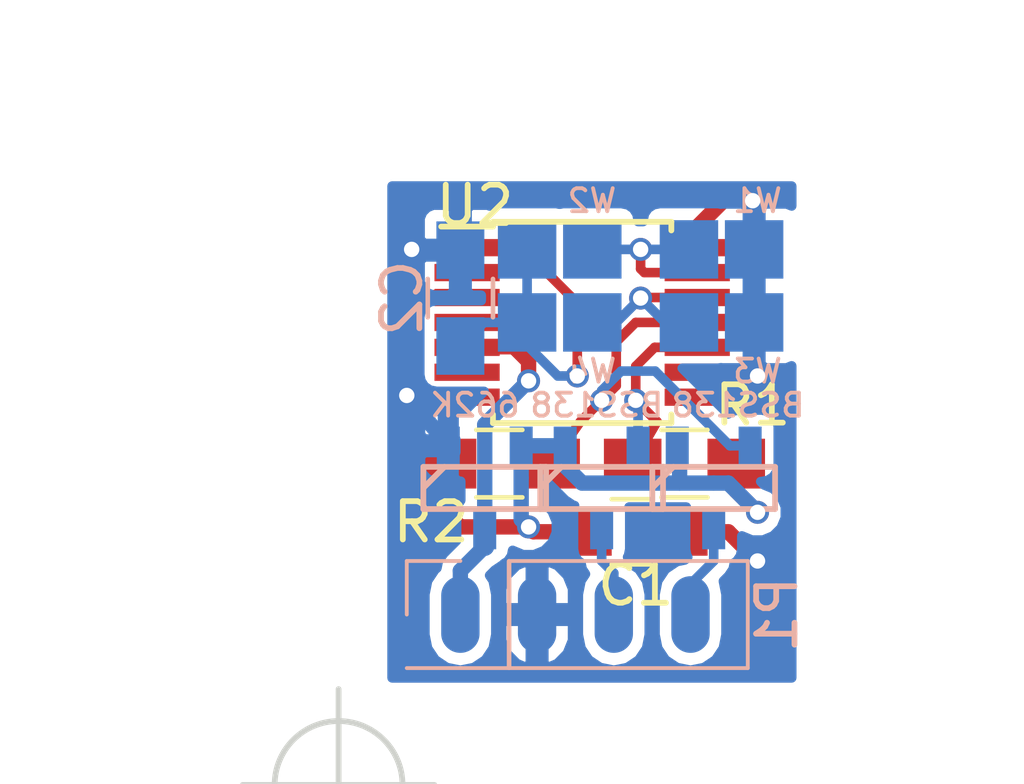
<source format=kicad_pcb>
(kicad_pcb (version 4) (host pcbnew 4.0.7)

  (general
    (links 30)
    (no_connects 0)
    (area 108.514287 99.408 141.072999 121.88)
    (thickness 1.6)
    (drawings 13)
    (tracks 115)
    (zones 0)
    (modules 13)
    (nets 11)
  )

  (page A4)
  (title_block
    (title "Encodeur Angulaire Absolu A1335")
    (date 2018-11-29)
    (rev 0.1)
    (company OpenAVRc)
  )

  (layers
    (0 F.Cu signal)
    (31 B.Cu signal)
    (32 B.Adhes user hide)
    (33 F.Adhes user hide)
    (34 B.Paste user hide)
    (35 F.Paste user hide)
    (36 B.SilkS user hide)
    (37 F.SilkS user hide)
    (38 B.Mask user hide)
    (39 F.Mask user hide)
    (40 Dwgs.User user hide)
    (41 Cmts.User user hide)
    (42 Eco1.User user hide)
    (43 Eco2.User user hide)
    (44 Edge.Cuts user hide)
    (45 Margin user hide)
    (46 B.CrtYd user hide)
    (47 F.CrtYd user hide)
    (48 B.Fab user)
    (49 F.Fab user)
  )

  (setup
    (last_trace_width 0.25)
    (user_trace_width 0.25)
    (user_trace_width 0.4)
    (trace_clearance 0.2)
    (zone_clearance 0.3)
    (zone_45_only no)
    (trace_min 0.2)
    (segment_width 0.2)
    (edge_width 0.15)
    (via_size 0.6)
    (via_drill 0.4)
    (via_min_size 0.4)
    (via_min_drill 0.3)
    (uvia_size 0.3)
    (uvia_drill 0.1)
    (uvias_allowed no)
    (uvia_min_size 0.2)
    (uvia_min_drill 0.1)
    (pcb_text_width 0.3)
    (pcb_text_size 1.5 1.5)
    (mod_edge_width 0.15)
    (mod_text_size 1 1)
    (mod_text_width 0.15)
    (pad_size 1.524 1.524)
    (pad_drill 0.762)
    (pad_to_mask_clearance 0.2)
    (aux_axis_origin 120.269 117.094)
    (grid_origin 120.269 117.094)
    (visible_elements 7FFEFFFF)
    (pcbplotparams
      (layerselection 0x3c0ff_80000001)
      (usegerberextensions false)
      (excludeedgelayer true)
      (linewidth 0.100000)
      (plotframeref false)
      (viasonmask false)
      (mode 1)
      (useauxorigin false)
      (hpglpennumber 1)
      (hpglpenspeed 20)
      (hpglpendiameter 15)
      (hpglpenoverlay 2)
      (psnegative false)
      (psa4output false)
      (plotreference true)
      (plotvalue true)
      (plotinvisibletext false)
      (padsonsilk false)
      (subtractmaskfromsilk false)
      (outputformat 1)
      (mirror false)
      (drillshape 0)
      (scaleselection 1)
      (outputdirectory Gerber/))
  )

  (net 0 "")
  (net 1 +3.3V)
  (net 2 GND)
  (net 3 "Net-(C2-Pad1)")
  (net 4 /SDA_33)
  (net 5 /SCL_33)
  (net 6 /SDA)
  (net 7 /SCL)
  (net 8 +5V)
  (net 9 "Net-(U2-Pad12)")
  (net 10 "Net-(U2-Pad13)")

  (net_class Default "Ceci est la Netclass par défaut"
    (clearance 0.2)
    (trace_width 0.25)
    (via_dia 0.6)
    (via_drill 0.4)
    (uvia_dia 0.3)
    (uvia_drill 0.1)
    (add_net /SCL)
    (add_net /SCL_33)
    (add_net /SDA)
    (add_net /SDA_33)
    (add_net "Net-(C2-Pad1)")
    (add_net "Net-(U2-Pad12)")
    (add_net "Net-(U2-Pad13)")
  )

  (net_class ALIM ""
    (clearance 0.2)
    (trace_width 0.4)
    (via_dia 0.6)
    (via_drill 0.4)
    (uvia_dia 0.3)
    (uvia_drill 0.1)
    (add_net +3.3V)
    (add_net +5V)
    (add_net GND)
  )

  (module C_0805_HandSoldering (layer F.Cu) (tedit 5C07ABDA) (tstamp 5C023869)
    (at 127 112.776)
    (descr "Capacitor SMD 0805, hand soldering")
    (tags "capacitor 0805")
    (path /5BFBC6FC)
    (attr smd)
    (fp_text reference C1 (at 0.127 1.397) (layer F.SilkS)
      (effects (font (size 1 1) (thickness 0.15)))
    )
    (fp_text value 100nF (at 0 1.75) (layer F.Fab)
      (effects (font (size 1 1) (thickness 0.15)))
    )
    (fp_text user C1 (at 0 0) (layer F.Fab)
      (effects (font (size 0.8 0.8) (thickness 0.15)))
    )
    (fp_line (start -1 0.62) (end -1 -0.62) (layer F.Fab) (width 0.1))
    (fp_line (start 1 0.62) (end -1 0.62) (layer F.Fab) (width 0.1))
    (fp_line (start 1 -0.62) (end 1 0.62) (layer F.Fab) (width 0.1))
    (fp_line (start -1 -0.62) (end 1 -0.62) (layer F.Fab) (width 0.1))
    (fp_line (start 0.5 -0.85) (end -0.5 -0.85) (layer F.SilkS) (width 0.12))
    (fp_line (start -0.5 0.85) (end 0.5 0.85) (layer F.SilkS) (width 0.12))
    (fp_line (start -2.25 -0.88) (end 2.25 -0.88) (layer F.CrtYd) (width 0.05))
    (fp_line (start -2.25 -0.88) (end -2.25 0.87) (layer F.CrtYd) (width 0.05))
    (fp_line (start 2.25 0.87) (end 2.25 -0.88) (layer F.CrtYd) (width 0.05))
    (fp_line (start 2.25 0.87) (end -2.25 0.87) (layer F.CrtYd) (width 0.05))
    (pad 1 smd rect (at -1.25 0) (size 1.5 1.25) (layers F.Cu F.Paste F.Mask)
      (net 1 +3.3V))
    (pad 2 smd rect (at 1.25 0) (size 1.5 1.25) (layers F.Cu F.Paste F.Mask)
      (net 2 GND))
    (model Capacitors_SMD.3dshapes/C_0805.wrl
      (at (xyz 0 0 0))
      (scale (xyz 1 1 1))
      (rotate (xyz 0 0 0))
    )
  )

  (module SMD_1x04_Pitch2mm (layer B.Cu) (tedit 5C02511E) (tstamp 5C0541E2)
    (at 122.555 114.935 270)
    (descr "Through hole straight pin header, 1x04, 2.54mm pitch, single row")
    (tags "Through hole pin header THT 1x04 2.54mm single row")
    (path /5BFFB55C)
    (fp_text reference P1 (at 0 -8.255 270) (layer B.SilkS)
      (effects (font (size 1 1) (thickness 0.15)) (justify mirror))
    )
    (fp_text value CONN_01X04 (at 0.127 -3.048 540) (layer B.Fab)
      (effects (font (size 1 1) (thickness 0.15)) (justify mirror))
    )
    (fp_line (start -1.6 1.6) (end 1.6 1.6) (layer B.CrtYd) (width 0.1))
    (fp_line (start -1.6 -7.7) (end -1.6 1.6) (layer B.CrtYd) (width 0.1))
    (fp_line (start 1.6 -7.7) (end 1.6 1.6) (layer B.CrtYd) (width 0.1))
    (fp_line (start -1.6 -7.7) (end 1.6 -7.7) (layer B.CrtYd) (width 0.1))
    (fp_line (start -1.397 -7.493) (end -1.397 -1.27) (layer B.SilkS) (width 0.1))
    (fp_line (start -1.397 0) (end -1.397 1.397) (layer B.SilkS) (width 0.1))
    (fp_line (start -1.397 1.397) (end 0 1.397) (layer B.SilkS) (width 0.1))
    (fp_line (start 1.397 -7.493) (end 1.397 1.397) (layer B.SilkS) (width 0.1))
    (fp_line (start -1.397 -7.493) (end 1.397 -7.493) (layer B.SilkS) (width 0.1))
    (fp_line (start 1.27 1.27) (end 1.27 -7.366) (layer B.Fab) (width 0.1))
    (fp_line (start -1.27 -7.366) (end -1.27 1.27) (layer B.Fab) (width 0.1))
    (fp_line (start -1.27 -7.366) (end 1.27 -7.366) (layer B.Fab) (width 0.1))
    (fp_line (start 1.27 1.27) (end -1.27 1.27) (layer B.Fab) (width 0.1))
    (fp_line (start 1.39 -1.27) (end -1.39 -1.27) (layer B.SilkS) (width 0.12))
    (pad 1 smd oval (at 0 0 270) (size 2 1) (layers B.Cu B.Paste B.Mask)
      (net 8 +5V))
    (pad 2 smd oval (at 0 -2 270) (size 2 1) (layers B.Cu B.Paste B.Mask)
      (net 2 GND))
    (pad 3 smd oval (at 0 -4 270) (size 2 1) (layers B.Cu B.Paste B.Mask)
      (net 6 /SDA))
    (pad 4 smd oval (at 0 -6 270) (size 2 1) (layers B.Cu B.Paste B.Mask)
      (net 7 /SCL))
    (model Pin_Headers.3dshapes/Pin_Header_Straight_1x04_Pitch2.54mm.wrl
      (at (xyz 0 -0.15 0))
      (scale (xyz 1 1 1))
      (rotate (xyz 0 0 90))
    )
  )

  (module TSSOP-14_4.4x5mm_Pitch0.65mm (layer F.Cu) (tedit 5C0252E5) (tstamp 5C054205)
    (at 125.73 107.315)
    (descr "14-Lead Plastic Thin Shrink Small Outline (ST)-4.4 mm Body [TSSOP] (see Microchip Packaging Specification 00000049BS.pdf)")
    (tags "SSOP 0.65")
    (path /5BFFB734)
    (attr smd)
    (fp_text reference U2 (at -2.794 -3.048) (layer F.SilkS)
      (effects (font (size 1 1) (thickness 0.15)))
    )
    (fp_text value A1335LLETR-T (at 0.254 -3.175) (layer F.Fab)
      (effects (font (size 1 1) (thickness 0.15)))
    )
    (fp_line (start 0 0.91) (end 0 0.67) (layer F.Fab) (width 0.01))
    (fp_line (start 0 0.91) (end 0 1.15) (layer F.Fab) (width 0.01))
    (fp_line (start 0 0.91) (end -0.26 0.91) (layer F.Fab) (width 0.01))
    (fp_line (start 0 0.91) (end 0.3 0.91) (layer F.Fab) (width 0.01))
    (fp_line (start -1.2 -2.5) (end 2.2 -2.5) (layer F.Fab) (width 0.15))
    (fp_line (start 2.2 -2.5) (end 2.2 2.5) (layer F.Fab) (width 0.15))
    (fp_line (start 2.2 2.5) (end -2.2 2.5) (layer F.Fab) (width 0.15))
    (fp_line (start -2.2 2.5) (end -2.2 -1.5) (layer F.Fab) (width 0.15))
    (fp_line (start -2.2 -1.5) (end -1.2 -2.5) (layer F.Fab) (width 0.15))
    (fp_line (start -3.95 -2.8) (end -3.95 2.8) (layer F.CrtYd) (width 0.05))
    (fp_line (start 3.95 -2.8) (end 3.95 2.8) (layer F.CrtYd) (width 0.05))
    (fp_line (start -3.95 -2.8) (end 3.95 -2.8) (layer F.CrtYd) (width 0.05))
    (fp_line (start -3.95 2.8) (end 3.95 2.8) (layer F.CrtYd) (width 0.05))
    (fp_line (start -2.325 -2.625) (end -2.325 -2.5) (layer F.SilkS) (width 0.15))
    (fp_line (start 2.325 -2.625) (end 2.325 -2.4) (layer F.SilkS) (width 0.15))
    (fp_line (start 2.325 2.625) (end 2.325 2.4) (layer F.SilkS) (width 0.15))
    (fp_line (start -2.325 2.625) (end -2.325 2.4) (layer F.SilkS) (width 0.15))
    (fp_line (start -2.325 -2.625) (end 2.325 -2.625) (layer F.SilkS) (width 0.15))
    (fp_line (start -2.325 2.625) (end 2.325 2.625) (layer F.SilkS) (width 0.15))
    (fp_line (start -2.325 -2.5) (end -3.675 -2.5) (layer F.SilkS) (width 0.15))
    (fp_text user %R (at 0 0) (layer F.Fab)
      (effects (font (size 0.8 0.8) (thickness 0.15)))
    )
    (pad 1 smd rect (at -3 -1.95) (size 1.7 0.45) (layers F.Cu F.Paste F.Mask)
      (net 2 GND))
    (pad 2 smd rect (at -3 -1.3) (size 1.7 0.45) (layers F.Cu F.Paste F.Mask)
      (net 3 "Net-(C2-Pad1)"))
    (pad 3 smd rect (at -3 -0.65) (size 1.7 0.45) (layers F.Cu F.Paste F.Mask)
      (net 2 GND))
    (pad 4 smd rect (at -3 0) (size 1.7 0.45) (layers F.Cu F.Paste F.Mask))
    (pad 5 smd rect (at -3 0.65) (size 1.7 0.45) (layers F.Cu F.Paste F.Mask)
      (net 8 +5V))
    (pad 6 smd rect (at -3 1.3) (size 1.7 0.45) (layers F.Cu F.Paste F.Mask))
    (pad 7 smd rect (at -3 1.95) (size 1.7 0.45) (layers F.Cu F.Paste F.Mask)
      (net 2 GND))
    (pad 8 smd rect (at 3 1.95) (size 1.7 0.45) (layers F.Cu F.Paste F.Mask)
      (net 2 GND))
    (pad 9 smd rect (at 3 1.3) (size 1.7 0.45) (layers F.Cu F.Paste F.Mask))
    (pad 10 smd rect (at 3 0.65) (size 1.7 0.45) (layers F.Cu F.Paste F.Mask)
      (net 4 /SDA_33))
    (pad 11 smd rect (at 3 0) (size 1.7 0.45) (layers F.Cu F.Paste F.Mask)
      (net 5 /SCL_33))
    (pad 12 smd rect (at 3 -0.65) (size 1.7 0.45) (layers F.Cu F.Paste F.Mask)
      (net 9 "Net-(U2-Pad12)"))
    (pad 13 smd rect (at 3 -1.3) (size 1.7 0.45) (layers F.Cu F.Paste F.Mask)
      (net 10 "Net-(U2-Pad13)"))
    (pad 14 smd rect (at 3 -1.95) (size 1.7 0.45) (layers F.Cu F.Paste F.Mask)
      (net 2 GND))
    (model ${KISYS3DMOD}/Housings_SSOP.3dshapes/TSSOP-14_4.4x5mm_Pitch0.65mm.wrl
      (at (xyz 0 0 0))
      (scale (xyz 1 1 1))
      (rotate (xyz 0 0 0))
    )
  )

  (module SOT-23_MOS_P (layer B.Cu) (tedit 5C02529A) (tstamp 5BFFBA18)
    (at 126.238 111.633)
    (path /5BFBBD47)
    (fp_text reference Q1 (at 0 0) (layer B.SilkS) hide
      (effects (font (size 0.6 0.6) (thickness 0.1)) (justify mirror))
    )
    (fp_text value BSS138 (at -0.127 -2.159) (layer B.SilkS)
      (effects (font (size 0.6 0.6) (thickness 0.1)) (justify mirror))
    )
    (fp_line (start -2.1 -2.1) (end 2.1 -2.1) (layer B.CrtYd) (width 0.05))
    (fp_line (start -2.1 2.1) (end 2.1 2.1) (layer B.CrtYd) (width 0.05))
    (fp_line (start 2.1 2.1) (end 2.1 -2.1) (layer B.CrtYd) (width 0.05))
    (fp_line (start -2.1 2.1) (end -2.1 -2.1) (layer B.CrtYd) (width 0.05))
    (fp_line (start -1.6 0) (end -1.05 -0.55) (layer B.SilkS) (width 0.15))
    (fp_line (start -1.6 0.55) (end -1.6 -0.55) (layer B.SilkS) (width 0.15))
    (fp_line (start 1.6 0.55) (end 1.6 -0.55) (layer B.SilkS) (width 0.15))
    (fp_line (start -1.6 -0.55) (end 1.6 -0.55) (layer B.SilkS) (width 0.15))
    (fp_line (start -1.6 0.55) (end 1.6 0.55) (layer B.SilkS) (width 0.15))
    (pad S smd rect (at 0.95 -1.1) (size 0.6 1) (layers B.Cu B.Mask)
      (net 4 /SDA_33))
    (pad D smd rect (at 0 1.1) (size 0.6 1) (layers B.Cu B.Mask)
      (net 6 /SDA))
    (pad G smd rect (at -0.95 -1.1) (size 0.6 1) (layers B.Cu B.Mask)
      (net 1 +3.3V))
  )

  (module SOT-23_MOS_P (layer B.Cu) (tedit 5C025296) (tstamp 5BFFBA28)
    (at 129.159 111.633)
    (path /5BFBBEA4)
    (fp_text reference Q2 (at 0 0) (layer B.SilkS) hide
      (effects (font (size 0.6 0.6) (thickness 0.1)) (justify mirror))
    )
    (fp_text value BSS138 (at 0.635 -2.159) (layer B.SilkS)
      (effects (font (size 0.6 0.6) (thickness 0.1)) (justify mirror))
    )
    (fp_line (start -2.1 -2.1) (end 2.1 -2.1) (layer B.CrtYd) (width 0.05))
    (fp_line (start -2.1 2.1) (end 2.1 2.1) (layer B.CrtYd) (width 0.05))
    (fp_line (start 2.1 2.1) (end 2.1 -2.1) (layer B.CrtYd) (width 0.05))
    (fp_line (start -2.1 2.1) (end -2.1 -2.1) (layer B.CrtYd) (width 0.05))
    (fp_line (start -1.6 0) (end -1.05 -0.55) (layer B.SilkS) (width 0.15))
    (fp_line (start -1.6 0.55) (end -1.6 -0.55) (layer B.SilkS) (width 0.15))
    (fp_line (start 1.6 0.55) (end 1.6 -0.55) (layer B.SilkS) (width 0.15))
    (fp_line (start -1.6 -0.55) (end 1.6 -0.55) (layer B.SilkS) (width 0.15))
    (fp_line (start -1.6 0.55) (end 1.6 0.55) (layer B.SilkS) (width 0.15))
    (pad S smd rect (at 0.95 -1.1) (size 0.6 1) (layers B.Cu B.Mask)
      (net 5 /SCL_33))
    (pad D smd rect (at 0 1.1) (size 0.6 1) (layers B.Cu B.Mask)
      (net 7 /SCL))
    (pad G smd rect (at -0.95 -1.1) (size 0.6 1) (layers B.Cu B.Mask)
      (net 1 +3.3V))
  )

  (module SOT-23 (layer B.Cu) (tedit 5C02529D) (tstamp 5BFFBA7C)
    (at 123.19 111.633)
    (path /5BFBBC16)
    (fp_text reference U1 (at 0 0) (layer B.SilkS) hide
      (effects (font (size 0.6 0.6) (thickness 0.1)) (justify mirror))
    )
    (fp_text value 662K (at -0.254 -2.159) (layer B.SilkS)
      (effects (font (size 0.6 0.6) (thickness 0.1)) (justify mirror))
    )
    (fp_line (start -2.1 -2.1) (end 2.1 -2.1) (layer B.CrtYd) (width 0.05))
    (fp_line (start -2.1 2.1) (end 2.1 2.1) (layer B.CrtYd) (width 0.05))
    (fp_line (start 2.1 2.1) (end 2.1 -2.1) (layer B.CrtYd) (width 0.05))
    (fp_line (start -2.1 2.1) (end -2.1 -2.1) (layer B.CrtYd) (width 0.05))
    (fp_line (start -1.6 0) (end -1.05 -0.55) (layer B.SilkS) (width 0.15))
    (fp_line (start -1.6 0.55) (end -1.6 -0.55) (layer B.SilkS) (width 0.15))
    (fp_line (start 1.6 0.55) (end 1.6 -0.55) (layer B.SilkS) (width 0.15))
    (fp_line (start -1.6 -0.55) (end 1.6 -0.55) (layer B.SilkS) (width 0.15))
    (fp_line (start -1.6 0.55) (end 1.6 0.55) (layer B.SilkS) (width 0.15))
    (pad 2 smd rect (at 0.95 -1.1) (size 0.6 1) (layers B.Cu B.Mask)
      (net 1 +3.3V))
    (pad 3 smd rect (at 0 1.1) (size 0.6 1) (layers B.Cu B.Mask)
      (net 8 +5V))
    (pad 1 smd rect (at -0.95 -1.1) (size 0.6 1) (layers B.Cu B.Mask)
      (net 2 GND))
  )

  (module TESTPT (layer B.Cu) (tedit 5C025266) (tstamp 5C0234C1)
    (at 129.413 105.41)
    (path /5C0234C6)
    (fp_text reference W1 (at 0.889 -1.27) (layer B.SilkS)
      (effects (font (size 0.6 0.6) (thickness 0.1)) (justify mirror))
    )
    (fp_text value 0 (at 0 -1.30048) (layer B.SilkS) hide
      (effects (font (size 0.29972 0.29972) (thickness 0.0635)) (justify mirror))
    )
    (pad 1 smd rect (at -0.89916 0) (size 1.524 1.524) (layers B.Cu B.Paste B.Mask)
      (net 10 "Net-(U2-Pad13)") (clearance 0.14986))
    (pad 2 smd rect (at 0.8001 0) (size 1.524 1.524) (layers B.Cu B.Paste B.Mask)
      (net 2 GND) (clearance 0.14986))
  )

  (module TESTPT (layer B.Cu) (tedit 5C025271) (tstamp 5C0234C7)
    (at 125.095 105.41 180)
    (path /5C02380C)
    (fp_text reference W2 (at -0.889 1.27 180) (layer B.SilkS)
      (effects (font (size 0.6 0.6) (thickness 0.1)) (justify mirror))
    )
    (fp_text value 0 (at 0 -1.30048 180) (layer B.SilkS) hide
      (effects (font (size 0.29972 0.29972) (thickness 0.0635)) (justify mirror))
    )
    (pad 1 smd rect (at -0.89916 0 180) (size 1.524 1.524) (layers B.Cu B.Paste B.Mask)
      (net 10 "Net-(U2-Pad13)") (clearance 0.14986))
    (pad 2 smd rect (at 0.8001 0 180) (size 1.524 1.524) (layers B.Cu B.Paste B.Mask)
      (net 3 "Net-(C2-Pad1)") (clearance 0.14986))
  )

  (module TESTPT (layer B.Cu) (tedit 5C025293) (tstamp 5C0234CD)
    (at 129.413 107.315)
    (path /5C0238AE)
    (fp_text reference W3 (at 0.889 1.27) (layer B.SilkS)
      (effects (font (size 0.6 0.6) (thickness 0.1)) (justify mirror))
    )
    (fp_text value 0 (at 0 -1.30048) (layer B.SilkS) hide
      (effects (font (size 0.29972 0.29972) (thickness 0.0635)) (justify mirror))
    )
    (pad 1 smd rect (at -0.89916 0) (size 1.524 1.524) (layers B.Cu B.Paste B.Mask)
      (net 9 "Net-(U2-Pad12)") (clearance 0.14986))
    (pad 2 smd rect (at 0.8001 0) (size 1.524 1.524) (layers B.Cu B.Paste B.Mask)
      (net 2 GND) (clearance 0.14986))
  )

  (module TESTPT (layer B.Cu) (tedit 5C025281) (tstamp 5C0234D3)
    (at 125.095 107.315 180)
    (path /5C0238E2)
    (fp_text reference W4 (at -0.889 -1.27 180) (layer B.SilkS)
      (effects (font (size 0.6 0.6) (thickness 0.1)) (justify mirror))
    )
    (fp_text value 0 (at 0 -1.30048 180) (layer B.SilkS) hide
      (effects (font (size 0.29972 0.29972) (thickness 0.0635)) (justify mirror))
    )
    (pad 1 smd rect (at -0.89916 0 180) (size 1.524 1.524) (layers B.Cu B.Paste B.Mask)
      (net 9 "Net-(U2-Pad12)") (clearance 0.14986))
    (pad 2 smd rect (at 0.8001 0 180) (size 1.524 1.524) (layers B.Cu B.Paste B.Mask)
      (net 3 "Net-(C2-Pad1)") (clearance 0.14986))
  )

  (module C_0805_HandSoldering (layer B.Cu) (tedit 5C0251D5) (tstamp 5C023879)
    (at 122.555 106.68 90)
    (descr "Capacitor SMD 0805, hand soldering")
    (tags "capacitor 0805")
    (path /5BFBCEF6)
    (attr smd)
    (fp_text reference C2 (at 0 -1.524 90) (layer B.SilkS)
      (effects (font (size 1 1) (thickness 0.15)) (justify mirror))
    )
    (fp_text value 100nF (at 0 -1.75 90) (layer B.Fab)
      (effects (font (size 1 1) (thickness 0.15)) (justify mirror))
    )
    (fp_text user %R (at -0.127 0.127 270) (layer B.Fab)
      (effects (font (size 1 1) (thickness 0.15)) (justify mirror))
    )
    (fp_line (start -1 -0.62) (end -1 0.62) (layer B.Fab) (width 0.1))
    (fp_line (start 1 -0.62) (end -1 -0.62) (layer B.Fab) (width 0.1))
    (fp_line (start 1 0.62) (end 1 -0.62) (layer B.Fab) (width 0.1))
    (fp_line (start -1 0.62) (end 1 0.62) (layer B.Fab) (width 0.1))
    (fp_line (start 0.5 0.85) (end -0.5 0.85) (layer B.SilkS) (width 0.12))
    (fp_line (start -0.5 -0.85) (end 0.5 -0.85) (layer B.SilkS) (width 0.12))
    (fp_line (start -2.25 0.88) (end 2.25 0.88) (layer B.CrtYd) (width 0.05))
    (fp_line (start -2.25 0.88) (end -2.25 -0.87) (layer B.CrtYd) (width 0.05))
    (fp_line (start 2.25 -0.87) (end 2.25 0.88) (layer B.CrtYd) (width 0.05))
    (fp_line (start 2.25 -0.87) (end -2.25 -0.87) (layer B.CrtYd) (width 0.05))
    (pad 1 smd rect (at -1.25 0 90) (size 1.5 1.25) (layers B.Cu B.Paste B.Mask)
      (net 3 "Net-(C2-Pad1)"))
    (pad 2 smd rect (at 1.25 0 90) (size 1.5 1.25) (layers B.Cu B.Paste B.Mask)
      (net 2 GND))
    (model Capacitors_SMD.3dshapes/C_0805.wrl
      (at (xyz 0 0 0))
      (scale (xyz 1 1 1))
      (rotate (xyz 0 0 0))
    )
  )

  (module R_0805_HandSoldering (layer F.Cu) (tedit 5C0252D5) (tstamp 5C023889)
    (at 128.397 110.998)
    (descr "Resistor SMD 0805, hand soldering")
    (tags "resistor 0805")
    (path /5BFBBF6E)
    (attr smd)
    (fp_text reference R1 (at 1.778 -1.524) (layer F.SilkS)
      (effects (font (size 1 1) (thickness 0.15)))
    )
    (fp_text value 10K (at 1.905 0 90) (layer F.Fab)
      (effects (font (size 1 1) (thickness 0.15)))
    )
    (fp_text user %R (at 0 0) (layer F.Fab)
      (effects (font (size 0.8 0.8) (thickness 0.075)))
    )
    (fp_line (start -1 0.62) (end -1 -0.62) (layer F.Fab) (width 0.1))
    (fp_line (start 1 0.62) (end -1 0.62) (layer F.Fab) (width 0.1))
    (fp_line (start 1 -0.62) (end 1 0.62) (layer F.Fab) (width 0.1))
    (fp_line (start -1 -0.62) (end 1 -0.62) (layer F.Fab) (width 0.1))
    (fp_line (start 0.6 0.88) (end -0.6 0.88) (layer F.SilkS) (width 0.12))
    (fp_line (start -0.6 -0.88) (end 0.6 -0.88) (layer F.SilkS) (width 0.12))
    (fp_line (start -2.35 -0.9) (end 2.35 -0.9) (layer F.CrtYd) (width 0.05))
    (fp_line (start -2.35 -0.9) (end -2.35 0.9) (layer F.CrtYd) (width 0.05))
    (fp_line (start 2.35 0.9) (end 2.35 -0.9) (layer F.CrtYd) (width 0.05))
    (fp_line (start 2.35 0.9) (end -2.35 0.9) (layer F.CrtYd) (width 0.05))
    (pad 1 smd rect (at -1.35 0) (size 1.5 1.3) (layers F.Cu F.Paste F.Mask)
      (net 4 /SDA_33))
    (pad 2 smd rect (at 1.35 0) (size 1.5 1.3) (layers F.Cu F.Paste F.Mask)
      (net 1 +3.3V))
    (model ${KISYS3DMOD}/Resistors_SMD.3dshapes/R_0805.wrl
      (at (xyz 0 0 0))
      (scale (xyz 1 1 1))
      (rotate (xyz 0 0 0))
    )
  )

  (module R_0805_HandSoldering (layer F.Cu) (tedit 5C07AB63) (tstamp 5C023899)
    (at 123.571 110.998 180)
    (descr "Resistor SMD 0805, hand soldering")
    (tags "resistor 0805")
    (path /5BFBC027)
    (attr smd)
    (fp_text reference R2 (at 1.778 -1.524 360) (layer F.SilkS)
      (effects (font (size 1 1) (thickness 0.15)))
    )
    (fp_text value 10K (at 1.905 -0.254 270) (layer F.Fab)
      (effects (font (size 1 1) (thickness 0.15)))
    )
    (fp_text user %R (at 0 0 180) (layer F.Fab)
      (effects (font (size 0.8 0.8) (thickness 0.075)))
    )
    (fp_line (start -1 0.62) (end -1 -0.62) (layer F.Fab) (width 0.1))
    (fp_line (start 1 0.62) (end -1 0.62) (layer F.Fab) (width 0.1))
    (fp_line (start 1 -0.62) (end 1 0.62) (layer F.Fab) (width 0.1))
    (fp_line (start -1 -0.62) (end 1 -0.62) (layer F.Fab) (width 0.1))
    (fp_line (start 0.6 0.88) (end -0.6 0.88) (layer F.SilkS) (width 0.12))
    (fp_line (start -0.6 -0.88) (end 0.6 -0.88) (layer F.SilkS) (width 0.12))
    (fp_line (start -2.35 -0.9) (end 2.35 -0.9) (layer F.CrtYd) (width 0.05))
    (fp_line (start -2.35 -0.9) (end -2.35 0.9) (layer F.CrtYd) (width 0.05))
    (fp_line (start 2.35 0.9) (end 2.35 -0.9) (layer F.CrtYd) (width 0.05))
    (fp_line (start 2.35 0.9) (end -2.35 0.9) (layer F.CrtYd) (width 0.05))
    (pad 1 smd rect (at -1.35 0 180) (size 1.5 1.3) (layers F.Cu F.Paste F.Mask)
      (net 5 /SCL_33))
    (pad 2 smd rect (at 1.35 0 180) (size 1.5 1.3) (layers F.Cu F.Paste F.Mask)
      (net 1 +3.3V))
    (model ${KISYS3DMOD}/Resistors_SMD.3dshapes/R_0805.wrl
      (at (xyz 0 0 0))
      (scale (xyz 1 1 1))
      (rotate (xyz 0 0 0))
    )
  )

  (dimension 4.97 (width 0.3) (layer B.Fab)
    (gr_text "4,970 mm" (at 117.879 114.864 90) (layer B.Fab)
      (effects (font (size 1.5 1.5) (thickness 0.3)))
    )
    (feature1 (pts (xy 125.459 103.254) (xy 115.489 103.254)))
    (feature2 (pts (xy 125.459 108.224) (xy 115.489 108.224)))
    (crossbar (pts (xy 118.189 108.224) (xy 118.189 103.254)))
    (arrow1a (pts (xy 118.189 103.254) (xy 118.775421 104.380504)))
    (arrow1b (pts (xy 118.189 103.254) (xy 117.602579 104.380504)))
    (arrow2a (pts (xy 118.189 108.224) (xy 118.775421 107.097496)))
    (arrow2b (pts (xy 118.189 108.224) (xy 117.602579 107.097496)))
  )
  (dimension 5.461 (width 0.3) (layer B.Fab)
    (gr_text "5,461 mm" (at 114.3 100.711) (layer B.Fab)
      (effects (font (size 1.5 1.5) (thickness 0.3)))
    )
    (feature1 (pts (xy 120.269 107.95) (xy 120.269 99.408)))
    (feature2 (pts (xy 125.73 107.95) (xy 125.73 99.408)))
    (crossbar (pts (xy 125.73 102.108) (xy 120.269 102.108)))
    (arrow1a (pts (xy 120.269 102.108) (xy 121.395504 101.521579)))
    (arrow1b (pts (xy 120.269 102.108) (xy 121.395504 102.694421)))
    (arrow2a (pts (xy 125.73 102.108) (xy 124.603496 101.521579)))
    (arrow2b (pts (xy 125.73 102.108) (xy 124.603496 102.694421)))
  )
  (gr_line (start 131.699 117.094) (end 131.699 103.251) (angle 90) (layer B.Fab) (width 0.2))
  (gr_line (start 120.269 117.094) (end 131.699 117.094) (angle 90) (layer B.Fab) (width 0.2))
  (gr_line (start 120.269 103.251) (end 120.269 117.094) (angle 90) (layer B.Fab) (width 0.2))
  (gr_line (start 131.699 103.251) (end 120.269 103.251) (angle 90) (layer B.Fab) (width 0.2))
  (dimension 11.43 (width 0.3) (layer B.Fab)
    (gr_text "11,430 mm" (at 125.984 119.967999) (layer B.Fab)
      (effects (font (size 1.5 1.5) (thickness 0.3)))
    )
    (feature1 (pts (xy 131.699 117.094) (xy 131.699 121.317999)))
    (feature2 (pts (xy 120.269 117.094) (xy 120.269 121.317999)))
    (crossbar (pts (xy 120.269 118.617999) (xy 131.699 118.617999)))
    (arrow1a (pts (xy 131.699 118.617999) (xy 130.572496 119.20442)))
    (arrow1b (pts (xy 131.699 118.617999) (xy 130.572496 118.031578)))
    (arrow2a (pts (xy 120.269 118.617999) (xy 121.395504 119.20442)))
    (arrow2b (pts (xy 120.269 118.617999) (xy 121.395504 118.031578)))
  )
  (dimension 13.843 (width 0.3) (layer B.Fab)
    (gr_text "13,843 mm" (at 134.572999 110.1725 90) (layer B.Fab)
      (effects (font (size 1.5 1.5) (thickness 0.3)))
    )
    (feature1 (pts (xy 131.699 103.251) (xy 135.922999 103.251)))
    (feature2 (pts (xy 131.699 117.094) (xy 135.922999 117.094)))
    (crossbar (pts (xy 133.222999 117.094) (xy 133.222999 103.251)))
    (arrow1a (pts (xy 133.222999 103.251) (xy 133.80942 104.377504)))
    (arrow1b (pts (xy 133.222999 103.251) (xy 132.636578 104.377504)))
    (arrow2a (pts (xy 133.222999 117.094) (xy 133.80942 115.967496)))
    (arrow2b (pts (xy 133.222999 117.094) (xy 132.636578 115.967496)))
  )
  (gr_line (start 120.269 103.251) (end 120.269 117.094) (angle 90) (layer F.Fab) (width 0.2))
  (gr_line (start 131.699 117.094) (end 131.699 103.251) (angle 90) (layer F.Fab) (width 0.2))
  (gr_line (start 131.699 117.094) (end 120.269 117.094) (angle 90) (layer F.Fab) (width 0.2))
  (gr_line (start 131.699 103.251) (end 120.269 103.251) (angle 90) (layer F.Fab) (width 0.2))
  (target plus (at 119.38 119.38) (size 5) (width 0.15) (layer Edge.Cuts))

  (segment (start 124.333 112.649) (end 122.555 112.649) (width 0.4) (layer F.Cu) (net 1))
  (segment (start 122.221 112.315) (end 122.221 110.998) (width 0.4) (layer F.Cu) (net 1) (tstamp 5C07AB1F))
  (segment (start 122.555 112.649) (end 122.221 112.315) (width 0.4) (layer F.Cu) (net 1) (tstamp 5C07AB1E))
  (segment (start 129.747 110.998) (end 129.747 111.713) (width 0.4) (layer F.Cu) (net 1))
  (segment (start 129.747 111.713) (end 130.302 112.268) (width 0.4) (layer F.Cu) (net 1) (tstamp 5C07AB1B))
  (segment (start 129.159 111.506) (end 129.54 111.506) (width 0.4) (layer B.Cu) (net 1))
  (segment (start 129.54 111.506) (end 130.302 112.268) (width 0.4) (layer B.Cu) (net 1) (tstamp 5C07AB18))
  (segment (start 125.75 112.776) (end 124.46 112.776) (width 0.4) (layer F.Cu) (net 1))
  (segment (start 124.46 112.776) (end 124.333 112.649) (width 0.4) (layer F.Cu) (net 1) (tstamp 5C07AACD))
  (segment (start 124.14 111.379) (end 124.14 112.456) (width 0.4) (layer B.Cu) (net 1))
  (via (at 124.333 112.649) (size 0.6) (drill 0.4) (layers F.Cu B.Cu) (net 1))
  (segment (start 124.14 110.533) (end 124.14 111.379) (width 0.4) (layer B.Cu) (net 1))
  (segment (start 124.14 112.456) (end 124.333 112.649) (width 0.4) (layer B.Cu) (net 1) (tstamp 5C07AACA))
  (segment (start 125.75 112.776) (end 125.095 112.776) (width 0.5) (layer F.Cu) (net 1))
  (segment (start 128.27 111.506) (end 128.27 110.594) (width 0.4) (layer B.Cu) (net 1))
  (segment (start 128.27 110.594) (end 128.209 110.533) (width 0.25) (layer B.Cu) (net 1) (tstamp 5C023F0B))
  (segment (start 125.288 110.533) (end 125.288 111.064) (width 0.4) (layer B.Cu) (net 1))
  (segment (start 125.73 111.506) (end 128.27 111.506) (width 0.4) (layer B.Cu) (net 1) (tstamp 5C023EF8))
  (segment (start 125.288 111.064) (end 125.73 111.506) (width 0.4) (layer B.Cu) (net 1) (tstamp 5C023EF3))
  (segment (start 128.27 111.506) (end 129.159 111.506) (width 0.4) (layer B.Cu) (net 1) (tstamp 5C023F09))
  (segment (start 129.54 111.506) (end 130.302 112.268) (width 0.4) (layer B.Cu) (net 1) (tstamp 5C023EFC))
  (via (at 130.302 112.268) (size 0.6) (drill 0.4) (layers F.Cu B.Cu) (net 1))
  (segment (start 124.14 110.533) (end 125.288 110.533) (width 0.4) (layer B.Cu) (net 1))
  (segment (start 122.73 109.265) (end 121.203 109.265) (width 0.4) (layer F.Cu) (net 2))
  (segment (start 121.203 109.265) (end 121.158 109.22) (width 0.4) (layer F.Cu) (net 2) (tstamp 5C07AA79))
  (segment (start 121.201 109.263) (end 121.158 109.22) (width 0.4) (layer B.Cu) (net 2) (tstamp 5C024F44))
  (segment (start 121.201 109.263) (end 122.24 110.533) (width 0.4) (layer B.Cu) (net 2))
  (via (at 121.158 109.22) (size 0.6) (drill 0.4) (layers F.Cu B.Cu) (net 2))
  (segment (start 128.25 112.776) (end 129.54 112.776) (width 0.4) (layer F.Cu) (net 2))
  (segment (start 129.54 112.776) (end 130.302 113.538) (width 0.4) (layer F.Cu) (net 2) (tstamp 5C0243FD))
  (via (at 130.302 113.538) (size 0.6) (drill 0.4) (layers F.Cu B.Cu) (net 2))
  (segment (start 128.25 112.776) (end 128.25 112.923) (width 0.5) (layer F.Cu) (net 2))
  (segment (start 128.73 105.365) (end 128.73 104.823) (width 0.4) (layer F.Cu) (net 2))
  (segment (start 130.2131 104.1781) (end 130.2131 105.41) (width 0.4) (layer B.Cu) (net 2) (tstamp 5C02406A))
  (segment (start 130.175 104.14) (end 130.2131 104.1781) (width 0.4) (layer B.Cu) (net 2) (tstamp 5C024069))
  (via (at 130.175 104.14) (size 0.6) (drill 0.4) (layers F.Cu B.Cu) (net 2))
  (segment (start 129.413 104.14) (end 130.175 104.14) (width 0.4) (layer F.Cu) (net 2) (tstamp 5C024060))
  (segment (start 128.73 104.823) (end 129.413 104.14) (width 0.4) (layer F.Cu) (net 2) (tstamp 5C02404F))
  (segment (start 128.73 109.265) (end 129.749 109.265) (width 0.4) (layer F.Cu) (net 2))
  (segment (start 129.749 109.265) (end 130.302 108.712) (width 0.4) (layer F.Cu) (net 2) (tstamp 5C023CF9))
  (via (at 130.302 108.712) (size 0.6) (drill 0.4) (layers F.Cu B.Cu) (net 2))
  (segment (start 122.73 106.665) (end 121.524 106.665) (width 0.4) (layer F.Cu) (net 2))
  (segment (start 121.524 106.665) (end 121.285 106.426) (width 0.4) (layer F.Cu) (net 2) (tstamp 5C023C34))
  (segment (start 121.285 106.426) (end 121.285 105.41) (width 0.4) (layer F.Cu) (net 2) (tstamp 5C023C38))
  (segment (start 122.555 105.43) (end 121.305 105.43) (width 0.25) (layer B.Cu) (net 2))
  (segment (start 121.33 105.365) (end 121.285 105.41) (width 0.4) (layer F.Cu) (net 2) (tstamp 5C02395B))
  (segment (start 121.33 105.365) (end 122.73 105.365) (width 0.4) (layer F.Cu) (net 2))
  (via (at 121.285 105.41) (size 0.6) (drill 0.4) (layers F.Cu B.Cu) (net 2))
  (segment (start 121.305 105.43) (end 121.285 105.41) (width 0.25) (layer B.Cu) (net 2) (tstamp 5C023C1A))
  (segment (start 130.2131 107.315) (end 130.2131 105.41) (width 0.4) (layer B.Cu) (net 2))
  (segment (start 122.448 105.41) (end 122.428 105.43) (width 0.25) (layer B.Cu) (net 2) (tstamp 5C023B90))
  (segment (start 122.702 105.41) (end 122.682 105.43) (width 0.25) (layer B.Cu) (net 2) (tstamp 5C023987))
  (segment (start 125.222 108.712) (end 125.095 108.712) (width 0.25) (layer B.Cu) (net 3))
  (segment (start 125.095 108.712) (end 124.2949 107.9119) (width 0.25) (layer B.Cu) (net 3) (tstamp 5C024FAF))
  (segment (start 124.2949 107.9119) (end 124.2949 107.315) (width 0.25) (layer B.Cu) (net 3) (tstamp 5C024FB0))
  (segment (start 122.73 106.015) (end 124.811 106.015) (width 0.25) (layer F.Cu) (net 3))
  (segment (start 125.603 108.712) (end 125.222 108.712) (width 0.25) (layer B.Cu) (net 3) (tstamp 5C024F83))
  (via (at 125.603 108.712) (size 0.6) (drill 0.4) (layers F.Cu B.Cu) (net 3))
  (segment (start 125.603 106.807) (end 125.603 108.712) (width 0.25) (layer F.Cu) (net 3) (tstamp 5C024F7D))
  (segment (start 124.811 106.015) (end 125.603 106.807) (width 0.25) (layer F.Cu) (net 3) (tstamp 5C024F79))
  (segment (start 122.555 107.93) (end 123.17 107.315) (width 0.25) (layer B.Cu) (net 3))
  (segment (start 123.17 107.315) (end 124.2949 107.315) (width 0.25) (layer B.Cu) (net 3) (tstamp 5C023C1D))
  (segment (start 124.2949 107.315) (end 124.2949 105.41) (width 0.25) (layer B.Cu) (net 3))
  (segment (start 127.047 110.998) (end 127.682 109.902) (width 0.25) (layer F.Cu) (net 4) (status 10))
  (segment (start 127.682 109.902) (end 127.127 109.347) (width 0.25) (layer F.Cu) (net 4) (tstamp 5C023EA8))
  (segment (start 127.188 110.533) (end 127.188 109.408) (width 0.25) (layer B.Cu) (net 4))
  (segment (start 127.62 107.965) (end 127.127 108.458) (width 0.25) (layer F.Cu) (net 4) (tstamp 5C023D87))
  (segment (start 127.127 108.458) (end 127.127 109.347) (width 0.25) (layer F.Cu) (net 4) (tstamp 5C023D88))
  (via (at 127.127 109.347) (size 0.6) (drill 0.4) (layers F.Cu B.Cu) (net 4))
  (segment (start 127.62 107.965) (end 128.73 107.965) (width 0.25) (layer F.Cu) (net 4))
  (segment (start 127.188 109.408) (end 127.127 109.347) (width 0.25) (layer B.Cu) (net 4) (tstamp 5C023DDF))
  (segment (start 130.109 110.533) (end 129.583 110.533) (width 0.25) (layer B.Cu) (net 5))
  (segment (start 128.397 109.347) (end 127.635 108.585) (width 0.25) (layer B.Cu) (net 5) (tstamp 5C024F1F))
  (segment (start 129.583 110.533) (end 128.397 109.347) (width 0.25) (layer B.Cu) (net 5) (tstamp 5C024F1E))
  (segment (start 124.921 110.998) (end 125.683 109.902) (width 0.25) (layer F.Cu) (net 5) (status 10))
  (segment (start 125.683 109.902) (end 126.238 109.347) (width 0.25) (layer F.Cu) (net 5) (tstamp 5C023EAB))
  (segment (start 126.238 109.347) (end 126.238 109.093) (width 0.25) (layer B.Cu) (net 5))
  (via (at 126.238 109.347) (size 0.6) (drill 0.4) (layers F.Cu B.Cu) (net 5))
  (segment (start 126.746 108.585) (end 127.635 108.585) (width 0.25) (layer B.Cu) (net 5) (tstamp 5C023DF4))
  (segment (start 126.238 109.093) (end 126.746 108.585) (width 0.25) (layer B.Cu) (net 5) (tstamp 5C023DF3))
  (segment (start 126.619 108.966) (end 126.238 109.347) (width 0.25) (layer F.Cu) (net 5) (tstamp 5C023D8D))
  (segment (start 128.73 107.315) (end 127.127 107.315) (width 0.25) (layer F.Cu) (net 5))
  (segment (start 126.619 107.823) (end 126.619 108.458) (width 0.25) (layer F.Cu) (net 5) (tstamp 5C023D84))
  (segment (start 127.127 107.315) (end 126.619 107.823) (width 0.25) (layer F.Cu) (net 5) (tstamp 5C023D83))
  (segment (start 126.619 108.458) (end 126.619 108.966) (width 0.25) (layer F.Cu) (net 5))
  (segment (start 126.555 114.935) (end 126.555 113.855) (width 0.25) (layer B.Cu) (net 6))
  (segment (start 126.238 113.538) (end 126.238 112.733) (width 0.25) (layer B.Cu) (net 6) (tstamp 5C023E11))
  (segment (start 126.555 113.855) (end 126.238 113.538) (width 0.25) (layer B.Cu) (net 6) (tstamp 5C023E10))
  (segment (start 128.555 114.935) (end 128.555 114.142) (width 0.25) (layer B.Cu) (net 7))
  (segment (start 128.555 114.142) (end 129.159 113.538) (width 0.25) (layer B.Cu) (net 7) (tstamp 5C023E14))
  (segment (start 129.159 113.538) (end 129.159 112.733) (width 0.25) (layer B.Cu) (net 7) (tstamp 5C023E15))
  (segment (start 123.19 110.109) (end 123.19 109.982) (width 0.4) (layer B.Cu) (net 8))
  (segment (start 123.19 112.733) (end 123.19 110.109) (width 0.4) (layer B.Cu) (net 8))
  (segment (start 123.19 109.982) (end 124.333 108.839) (width 0.4) (layer B.Cu) (net 8) (tstamp 5C024FB9))
  (via (at 124.333 108.839) (size 0.6) (drill 0.4) (layers F.Cu B.Cu) (net 8))
  (segment (start 124.333 108.839) (end 124.333 108.331) (width 0.4) (layer F.Cu) (net 8) (tstamp 5C024FC0))
  (segment (start 124.333 108.331) (end 123.952 107.95) (width 0.4) (layer F.Cu) (net 8) (tstamp 5C024FC1))
  (segment (start 123.952 107.95) (end 122.745 107.95) (width 0.4) (layer F.Cu) (net 8) (tstamp 5C024FC6))
  (segment (start 122.745 107.95) (end 122.73 107.965) (width 0.25) (layer F.Cu) (net 8) (tstamp 5C024FCA))
  (segment (start 123.19 112.733) (end 123.19 113.157) (width 0.5) (layer B.Cu) (net 8))
  (segment (start 123.19 113.157) (end 122.555 113.792) (width 0.4) (layer B.Cu) (net 8) (tstamp 5C024F37))
  (segment (start 122.555 113.792) (end 122.555 114.935) (width 0.4) (layer B.Cu) (net 8) (tstamp 5C024F38))
  (segment (start 128.51384 107.315) (end 127.889 107.315) (width 0.25) (layer B.Cu) (net 9))
  (segment (start 127.889 107.315) (end 127.254 106.68) (width 0.25) (layer B.Cu) (net 9) (tstamp 5C023AF5))
  (segment (start 128.73 106.665) (end 127.269 106.665) (width 0.25) (layer F.Cu) (net 9))
  (segment (start 127.254 106.68) (end 126.619 107.315) (width 0.25) (layer B.Cu) (net 9) (tstamp 5C023AEF))
  (via (at 127.254 106.68) (size 0.6) (drill 0.4) (layers F.Cu B.Cu) (net 9))
  (segment (start 127.269 106.665) (end 127.254 106.68) (width 0.25) (layer F.Cu) (net 9) (tstamp 5C023AE6))
  (segment (start 126.619 107.315) (end 125.99416 107.315) (width 0.25) (layer B.Cu) (net 9) (tstamp 5C023AF0))
  (segment (start 127.254 105.41) (end 128.51384 105.41) (width 0.25) (layer B.Cu) (net 10))
  (segment (start 125.99416 105.41) (end 127.254 105.41) (width 0.25) (layer B.Cu) (net 10))
  (segment (start 127.351 106.015) (end 128.73 106.015) (width 0.25) (layer F.Cu) (net 10) (tstamp 5C023A67))
  (segment (start 127.254 105.918) (end 127.351 106.015) (width 0.25) (layer F.Cu) (net 10) (tstamp 5C023A64))
  (segment (start 127.254 105.41) (end 127.254 105.918) (width 0.25) (layer F.Cu) (net 10) (tstamp 5C023A63))
  (via (at 127.254 105.41) (size 0.6) (drill 0.4) (layers F.Cu B.Cu) (net 10))

  (zone (net 2) (net_name GND) (layer B.Cu) (tstamp 5C024256) (hatch edge 0.508)
    (connect_pads (clearance 0.3))
    (min_thickness 0.25)
    (fill yes (arc_segments 16) (thermal_gap 0.3) (thermal_bridge_width 0.6))
    (polygon
      (pts
        (xy 120.65 116.713) (xy 131.318 116.713) (xy 131.318 103.632) (xy 120.65 103.632)
      )
    )
    (filled_polygon
      (pts
        (xy 131.193 104.27824) (xy 131.059638 104.223) (xy 130.49435 104.223) (xy 130.3881 104.32925) (xy 130.3881 105.235)
        (xy 130.4081 105.235) (xy 130.4081 105.585) (xy 130.3881 105.585) (xy 130.3881 107.14) (xy 130.4081 107.14)
        (xy 130.4081 107.49) (xy 130.3881 107.49) (xy 130.3881 108.39575) (xy 130.49435 108.502) (xy 131.059638 108.502)
        (xy 131.193 108.44676) (xy 131.193 116.588) (xy 120.775 116.588) (xy 120.775 110.81425) (xy 121.515 110.81425)
        (xy 121.515 111.117538) (xy 121.579702 111.273743) (xy 121.699257 111.393298) (xy 121.855462 111.458) (xy 121.98375 111.458)
        (xy 122.09 111.35175) (xy 122.09 110.708) (xy 121.62125 110.708) (xy 121.515 110.81425) (xy 120.775 110.81425)
        (xy 120.775 109.948462) (xy 121.515 109.948462) (xy 121.515 110.25175) (xy 121.62125 110.358) (xy 122.09 110.358)
        (xy 122.09 109.71425) (xy 121.98375 109.608) (xy 121.855462 109.608) (xy 121.699257 109.672702) (xy 121.579702 109.792257)
        (xy 121.515 109.948462) (xy 120.775 109.948462) (xy 120.775 107.18) (xy 121.496674 107.18) (xy 121.496674 108.68)
        (xy 121.526309 108.837496) (xy 121.619389 108.982146) (xy 121.761412 109.079186) (xy 121.93 109.113326) (xy 123.17479 109.113326)
        (xy 122.748058 109.540058) (xy 122.685726 109.633345) (xy 122.624538 109.608) (xy 122.49625 109.608) (xy 122.39 109.71425)
        (xy 122.39 110.358) (xy 122.435 110.358) (xy 122.435 110.708) (xy 122.39 110.708) (xy 122.39 111.35175)
        (xy 122.49625 111.458) (xy 122.565 111.458) (xy 122.565 111.955837) (xy 122.490814 112.064412) (xy 122.456674 112.233)
        (xy 122.456674 113.006443) (xy 122.113058 113.350058) (xy 121.977575 113.552823) (xy 121.943401 113.724628) (xy 121.900926 113.753009)
        (xy 121.700411 114.053101) (xy 121.63 114.407083) (xy 121.63 115.462917) (xy 121.700411 115.816899) (xy 121.900926 116.116991)
        (xy 122.201018 116.317506) (xy 122.555 116.387917) (xy 122.908982 116.317506) (xy 123.209074 116.116991) (xy 123.409589 115.816899)
        (xy 123.48 115.462917) (xy 123.48 115.11) (xy 123.63 115.11) (xy 123.63 115.61) (xy 123.767381 115.950661)
        (xy 124.02467 116.212817) (xy 124.240066 116.304736) (xy 124.38 116.234829) (xy 124.38 115.11) (xy 124.73 115.11)
        (xy 124.73 116.234829) (xy 124.869934 116.304736) (xy 125.08533 116.212817) (xy 125.342619 115.950661) (xy 125.48 115.61)
        (xy 125.48 115.11) (xy 124.73 115.11) (xy 124.38 115.11) (xy 123.63 115.11) (xy 123.48 115.11)
        (xy 123.48 114.407083) (xy 123.450744 114.26) (xy 123.63 114.26) (xy 123.63 114.76) (xy 124.38 114.76)
        (xy 124.38 113.635171) (xy 124.73 113.635171) (xy 124.73 114.76) (xy 125.48 114.76) (xy 125.48 114.26)
        (xy 125.342619 113.919339) (xy 125.08533 113.657183) (xy 124.869934 113.565264) (xy 124.73 113.635171) (xy 124.38 113.635171)
        (xy 124.240066 113.565264) (xy 124.02467 113.657183) (xy 123.767381 113.919339) (xy 123.63 114.26) (xy 123.450744 114.26)
        (xy 123.409589 114.053101) (xy 123.31674 113.914143) (xy 123.454198 113.776686) (xy 123.667297 113.634297) (xy 123.679426 113.616144)
        (xy 123.792146 113.543611) (xy 123.889186 113.401588) (xy 123.91797 113.259447) (xy 123.921784 113.263267) (xy 124.188156 113.373874)
        (xy 124.476579 113.374126) (xy 124.743143 113.263984) (xy 124.947267 113.060216) (xy 125.057874 112.793844) (xy 125.058126 112.505421)
        (xy 124.947984 112.238857) (xy 124.765 112.055553) (xy 124.765 111.395008) (xy 124.77776 111.403726) (xy 124.846058 111.505942)
        (xy 125.288056 111.947939) (xy 125.288058 111.947942) (xy 125.371955 112.004) (xy 125.490822 112.083425) (xy 125.533255 112.091865)
        (xy 125.504674 112.233) (xy 125.504674 113.233) (xy 125.534309 113.390496) (xy 125.627389 113.535146) (xy 125.696876 113.582625)
        (xy 125.729866 113.748476) (xy 125.81691 113.878747) (xy 125.700411 114.053101) (xy 125.63 114.407083) (xy 125.63 115.462917)
        (xy 125.700411 115.816899) (xy 125.900926 116.116991) (xy 126.201018 116.317506) (xy 126.555 116.387917) (xy 126.908982 116.317506)
        (xy 127.209074 116.116991) (xy 127.409589 115.816899) (xy 127.48 115.462917) (xy 127.48 114.407083) (xy 127.409589 114.053101)
        (xy 127.209074 113.753009) (xy 127.065651 113.657177) (xy 127.063134 113.644524) (xy 126.943909 113.466091) (xy 126.913732 113.435914)
        (xy 126.937186 113.401588) (xy 126.971326 113.233) (xy 126.971326 112.233) (xy 126.952133 112.131) (xy 128.44633 112.131)
        (xy 128.425674 112.233) (xy 128.425674 113.233) (xy 128.455309 113.390496) (xy 128.484039 113.435143) (xy 128.407824 113.511358)
        (xy 128.201018 113.552494) (xy 127.900926 113.753009) (xy 127.700411 114.053101) (xy 127.63 114.407083) (xy 127.63 115.462917)
        (xy 127.700411 115.816899) (xy 127.900926 116.116991) (xy 128.201018 116.317506) (xy 128.555 116.387917) (xy 128.908982 116.317506)
        (xy 129.209074 116.116991) (xy 129.409589 115.816899) (xy 129.48 115.462917) (xy 129.48 114.407083) (xy 129.411601 114.063217)
        (xy 129.547909 113.926909) (xy 129.667134 113.748476) (xy 129.700066 113.582915) (xy 129.761146 113.543611) (xy 129.858186 113.401588)
        (xy 129.892326 113.233) (xy 129.892326 112.882907) (xy 130.157156 112.992874) (xy 130.445579 112.993126) (xy 130.712143 112.882984)
        (xy 130.916267 112.679216) (xy 131.026874 112.412844) (xy 131.027126 112.124421) (xy 130.916984 111.857857) (xy 130.713216 111.653733)
        (xy 130.471069 111.553185) (xy 130.38421 111.466326) (xy 130.409 111.466326) (xy 130.566496 111.436691) (xy 130.711146 111.343611)
        (xy 130.808186 111.201588) (xy 130.842326 111.033) (xy 130.842326 110.033) (xy 130.812691 109.875504) (xy 130.719611 109.730854)
        (xy 130.577588 109.633814) (xy 130.409 109.599674) (xy 129.809 109.599674) (xy 129.651504 109.629309) (xy 129.533233 109.705415)
        (xy 128.338144 108.510326) (xy 129.27584 108.510326) (xy 129.352045 108.495987) (xy 129.366562 108.502) (xy 129.93185 108.502)
        (xy 130.0381 108.39575) (xy 130.0381 107.49) (xy 130.0181 107.49) (xy 130.0181 107.14) (xy 130.0381 107.14)
        (xy 130.0381 105.585) (xy 130.0181 105.585) (xy 130.0181 105.235) (xy 130.0381 105.235) (xy 130.0381 104.32925)
        (xy 129.93185 104.223) (xy 129.366562 104.223) (xy 129.350273 104.229747) (xy 129.27584 104.214674) (xy 127.75184 104.214674)
        (xy 127.594344 104.244309) (xy 127.449694 104.337389) (xy 127.352654 104.479412) (xy 127.318514 104.648) (xy 127.318514 104.685056)
        (xy 127.189486 104.684943) (xy 127.189486 104.648) (xy 127.159851 104.490504) (xy 127.066771 104.345854) (xy 126.924748 104.248814)
        (xy 126.75616 104.214674) (xy 125.23216 104.214674) (xy 125.141313 104.231768) (xy 125.0569 104.214674) (xy 123.5329 104.214674)
        (xy 123.375404 104.244309) (xy 123.321879 104.278751) (xy 123.264538 104.255) (xy 122.83625 104.255) (xy 122.73 104.36125)
        (xy 122.73 105.255) (xy 122.75 105.255) (xy 122.75 105.605) (xy 122.73 105.605) (xy 122.73 106.49875)
        (xy 122.83625 106.605) (xy 123.099574 106.605) (xy 123.099574 106.746674) (xy 121.93 106.746674) (xy 121.772504 106.776309)
        (xy 121.627854 106.869389) (xy 121.530814 107.011412) (xy 121.496674 107.18) (xy 120.775 107.18) (xy 120.775 105.71125)
        (xy 121.505 105.71125) (xy 121.505 106.264538) (xy 121.569702 106.420743) (xy 121.689257 106.540298) (xy 121.845462 106.605)
        (xy 122.27375 106.605) (xy 122.38 106.49875) (xy 122.38 105.605) (xy 121.61125 105.605) (xy 121.505 105.71125)
        (xy 120.775 105.71125) (xy 120.775 104.595462) (xy 121.505 104.595462) (xy 121.505 105.14875) (xy 121.61125 105.255)
        (xy 122.38 105.255) (xy 122.38 104.36125) (xy 122.27375 104.255) (xy 121.845462 104.255) (xy 121.689257 104.319702)
        (xy 121.569702 104.439257) (xy 121.505 104.595462) (xy 120.775 104.595462) (xy 120.775 103.757) (xy 131.193 103.757)
      )
    )
  )
)

</source>
